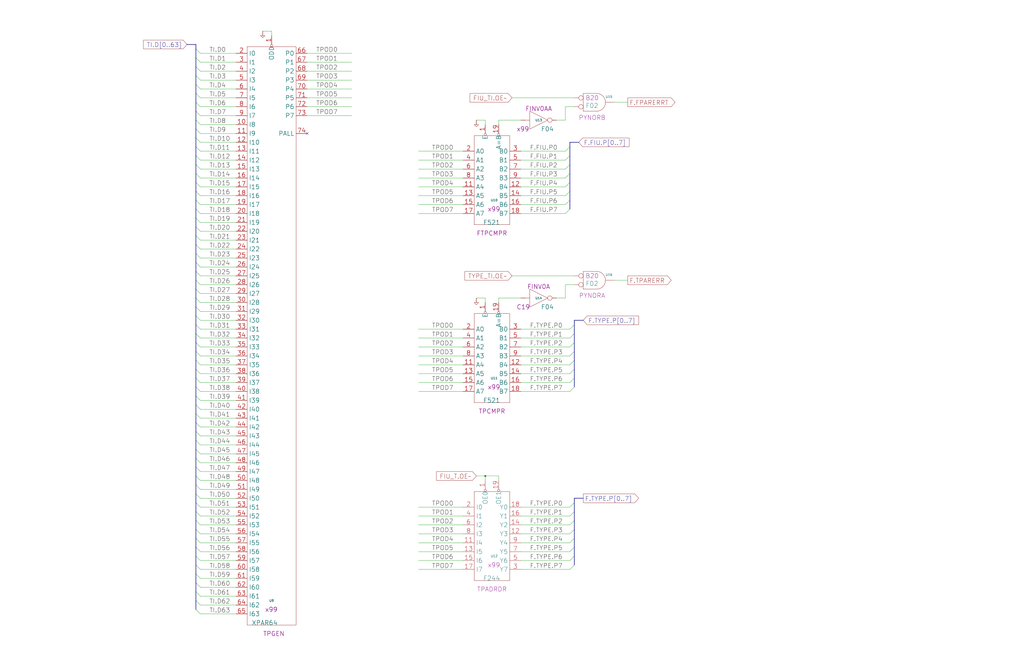
<source format=kicad_sch>
(kicad_sch (version 20221206) (generator eeschema)
  (paper "User" 584.2 378.46)
  (title_block (title "TYPE/FIU BUS PARITY") (date "20-MAR-90") (rev "1.0") (comment 1 "FIU") (comment 2 "232-003065") (comment 3 "S400") (comment 4 "RELEASED"))
  (lib_symbols
    (symbol "r1000:F02" (pin_numbers hide) (pin_names hide)
      (property "Reference" "U" (at 12.16 0.635 0))
      (property "Value" "F02" (at -1.27 -4.445 0))
      (property "Location" "___" (at 2.54 0 0))
      (property "Name" "______" (at 2.54 -12.7 0))
      (symbol "F02_0_1"
        (arc (start -3.81 -7.62) (mid -2.9847 -2.54) (end -3.81 2.54) (stroke (width 0.1524)))
        (polyline (pts (xy -5.08 -5.08) (xy -3.175 -5.08)) (stroke (width 0.1524)))
        (polyline (pts (xy -5.08 0) (xy -3.175 0)) (stroke (width 0.1524)))
        (polyline (pts (xy -3.81 -7.62) (xy 2.54 -7.62)) (stroke (width 0.1524)))
        (polyline (pts (xy -3.81 2.54) (xy 2.54 2.54)) (stroke (width 0.1524)))
        (polyline (pts (xy 13.97 -2.54) (xy 12.7 -2.54)) (stroke (width 0.1524)))
        (arc (start 2.54 -7.62) (mid 6.9515 -5.9823) (end 10.16 -2.54) (stroke (width 0.1524)))
        (arc (start 10.16 -2.54) (mid 6.9478 0.8966) (end 2.54 2.54) (stroke (width 0.1524)))
        (circle (center 11.43 -2.54) (radius 1.27) (stroke (width 0.1524)))
      )
      (symbol "F02_0_2"
        (circle (center -3.81 -5.08) (radius 1.27) (stroke (width 0.1524)))
        (circle (center -3.81 0) (radius 1.27) (stroke (width 0.1524)))
        (polyline (pts (xy -2.54 -7.62) (xy 5.08 -7.62)) (stroke (width 0.1524)))
        (polyline (pts (xy -2.54 2.54) (xy -2.54 -7.62)) (stroke (width 0.1524)))
        (polyline (pts (xy -2.54 2.54) (xy 5.08 2.54)) (stroke (width 0.1524)))
        (polyline (pts (xy 11.43 -2.54) (xy 10.16 -2.54)) (stroke (width 0.1524)))
        (polyline (pts (xy 11.43 -2.54) (xy 12.7 -2.54)) (stroke (width 0.1524)))
        (arc (start 5.08 -7.62) (mid 10.1282 -2.54) (end 5.08 2.54) (stroke (width 0.1524)))
      )
      (symbol "F02_1_1"
        (pin input line (at -7.62 0 0) (length 2.54) (name "D0") (number "1"))
        (pin input line (at -7.62 -5.08 0) (length 2.54) (name "D1") (number "2"))
        (pin output line (at 15.24 -2.54 180) (length 1.27) (name "Q") (number "3"))
      )
      (symbol "F02_1_2"
        (pin input line (at -7.62 0 0) (length 2.54) (name "D0") (number "1"))
        (pin input line (at -7.62 -5.08 0) (length 2.54) (name "D1") (number "2"))
        (pin output line (at 15.24 -2.54 180) (length 2.54) (name "Q") (number "3"))
      )
    )
    (symbol "r1000:F04" (pin_numbers hide) (pin_names hide)
      (property "Reference" "U" (at 0 0 0))
      (property "Value" "F04" (at 1.27 -5.08 0))
      (property "Location" "___" (at -12.7 -5.08 0))
      (property "Name" "______" (at 0 5.08 0))
      (symbol "F04_0_1"
        (polyline (pts (xy -7.62 0) (xy -5.08 0)) (stroke (width 0.1524)))
        (polyline (pts (xy -5.08 5.08) (xy -5.08 -5.08)) (stroke (width 0.1524)))
        (polyline (pts (xy 5.08 0) (xy -5.08 -5.08)) (stroke (width 0.1524)))
        (polyline (pts (xy 5.08 0) (xy -5.08 5.08)) (stroke (width 0.1524)))
        (circle (center 6.35 0) (radius 1.27) (stroke (width 0.1524)))
      )
      (symbol "F04_1_1"
        (pin input line (at -10.16 0 0) (length 2.54) (name "D0") (number "1"))
        (pin output line (at 10.16 0 180) (length 2.54) (name "Q") (number "2"))
      )
    )
    (symbol "r1000:F244" (pin_names (offset 1.016))
      (property "Reference" "U" (at 2.54 5.08 0))
      (property "Value" "F244" (at -3.81 -7.62 0))
      (property "Location" "___" (at -1.27 0 0))
      (property "Name" "______" (at 1.27 -15.24 0))
      (symbol "F244_1_1"
        (rectangle (start -8.89 41.91) (end 11.43 -8.89))
        (circle (center -2.54 42.545) (radius 0.635))
        (circle (center 5.08 42.545) (radius 0.635))
        (pin input line (at -2.54 48.26 270) (length 5.08) (name "OE0") (number "1"))
        (pin input line (at -15.24 12.7 0) (length 6.35) (name "I4") (number "11"))
        (pin tri_state line (at 17.78 17.78 180) (length 6.35) (name "Y3") (number "12"))
        (pin input line (at -15.24 7.62 0) (length 6.35) (name "I5") (number "13"))
        (pin tri_state line (at 17.78 22.86 180) (length 6.35) (name "Y2") (number "14"))
        (pin input line (at -15.24 2.54 0) (length 6.35) (name "I6") (number "15"))
        (pin tri_state line (at 17.78 27.94 180) (length 6.35) (name "Y1") (number "16"))
        (pin input line (at -15.24 -2.54 0) (length 6.35) (name "I7") (number "17"))
        (pin tri_state line (at 17.78 33.02 180) (length 6.35) (name "Y0") (number "18"))
        (pin input line (at 5.08 48.26 270) (length 5.08) (name "OE1") (number "19"))
        (pin input line (at -15.24 33.02 0) (length 6.35) (name "I0") (number "2"))
        (pin tri_state line (at 17.78 -2.54 180) (length 6.35) (name "Y7") (number "3"))
        (pin input line (at -15.24 27.94 0) (length 6.35) (name "I1") (number "4"))
        (pin tri_state line (at 17.78 2.54 180) (length 6.35) (name "Y6") (number "5"))
        (pin input line (at -15.24 22.86 0) (length 6.35) (name "I2") (number "6"))
        (pin tri_state line (at 17.78 7.62 180) (length 6.35) (name "Y5") (number "7"))
        (pin input line (at -15.24 17.78 0) (length 6.35) (name "I3") (number "8"))
        (pin tri_state line (at 17.78 12.7 180) (length 6.35) (name "Y4") (number "9"))
      )
    )
    (symbol "r1000:F521" (pin_names (offset 1.016))
      (property "Reference" "U" (at 2.54 5.08 0))
      (property "Value" "F521" (at -3.81 -7.62 0))
      (property "Location" "___" (at -1.27 0 0))
      (property "Name" "______" (at 1.27 -15.24 0))
      (symbol "F521_1_1"
        (rectangle (start -8.89 41.91) (end 11.43 -8.89))
        (circle (center -2.54 42.545) (radius 0.635))
        (circle (center 5.08 42.545) (radius 0.635))
        (pin input line (at -2.54 48.26 270) (length 5.08) (name "E") (number "1"))
        (pin input line (at -15.24 12.7 0) (length 6.35) (name "A4") (number "11"))
        (pin input line (at 17.78 12.7 180) (length 6.35) (name "B4") (number "12"))
        (pin input line (at -15.24 7.62 0) (length 6.35) (name "A5") (number "13"))
        (pin input line (at 17.78 7.62 180) (length 6.35) (name "B5") (number "14"))
        (pin input line (at -15.24 2.54 0) (length 6.35) (name "A6") (number "15"))
        (pin input line (at 17.78 2.54 180) (length 6.35) (name "B6") (number "16"))
        (pin input line (at -15.24 -2.54 0) (length 6.35) (name "A7") (number "17"))
        (pin input line (at 17.78 -2.54 180) (length 6.35) (name "B7") (number "18"))
        (pin output line (at 5.08 48.26 270) (length 5.08) (name "A=B") (number "19"))
        (pin input line (at -15.24 33.02 0) (length 6.35) (name "A0") (number "2"))
        (pin input line (at 17.78 33.02 180) (length 6.35) (name "B0") (number "3"))
        (pin input line (at -15.24 27.94 0) (length 6.35) (name "A1") (number "4"))
        (pin input line (at 17.78 27.94 180) (length 6.35) (name "B1") (number "5"))
        (pin input line (at -15.24 22.86 0) (length 6.35) (name "A2") (number "6"))
        (pin input line (at 17.78 22.86 180) (length 6.35) (name "B2") (number "7"))
        (pin input line (at -15.24 17.78 0) (length 6.35) (name "A3") (number "8"))
        (pin input line (at 17.78 17.78 180) (length 6.35) (name "B3") (number "9"))
      )
    )
    (symbol "r1000:PD" (power) (pin_numbers hide) (pin_names hide) (in_bom no)
      (symbol "PD_0_1"
        (polyline (pts (xy 0 -2.54) (xy 1.27 -2.54) (xy 0 -3.81) (xy -1.27 -2.54) (xy 0 -2.54)) (stroke (width 0.1524)))
      )
      (symbol "PD_1_1"
        (pin power_in line (at 0 0 270) (length 2.54) (name "PD") (number "1"))
      )
    )
    (symbol "r1000:XPAR64" (pin_names (offset 1.016))
      (property "Reference" "U" (at 2.54 5.08 0))
      (property "Value" "XPAR64" (at -8.89 -7.62 0))
      (property "Location" "___" (at -1.27 0 0))
      (property "Name" "______" (at 3.81 -15.24 0))
      (symbol "XPAR64_1_1"
        (rectangle (start -11.43 321.31) (end 16.51 -8.89))
        (circle (center 2.54 321.945) (radius 0.635))
        (pin input line (at 2.54 327.66 270) (length 5.08) (name "ODD") (number "1"))
        (pin input line (at -17.78 276.86 0) (length 6.35) (name "I8") (number "10"))
        (pin input line (at -17.78 271.78 0) (length 6.35) (name "I9") (number "11"))
        (pin input line (at -17.78 266.7 0) (length 6.35) (name "I10") (number "12"))
        (pin input line (at -17.78 261.62 0) (length 6.35) (name "I11") (number "13"))
        (pin input line (at -17.78 256.54 0) (length 6.35) (name "I12") (number "14"))
        (pin input line (at -17.78 251.46 0) (length 6.35) (name "I13") (number "15"))
        (pin input line (at -17.78 246.38 0) (length 6.35) (name "I14") (number "16"))
        (pin input line (at -17.78 241.3 0) (length 6.35) (name "I15") (number "17"))
        (pin input line (at -17.78 236.22 0) (length 6.35) (name "I16") (number "18"))
        (pin input line (at -17.78 231.14 0) (length 6.35) (name "I17") (number "19"))
        (pin input line (at -17.78 317.5 0) (length 6.35) (name "I0") (number "2"))
        (pin input line (at -17.78 226.06 0) (length 6.35) (name "I18") (number "20"))
        (pin input line (at -17.78 220.98 0) (length 6.35) (name "I19") (number "21"))
        (pin input line (at -17.78 215.9 0) (length 6.35) (name "I20") (number "22"))
        (pin input line (at -17.78 210.82 0) (length 6.35) (name "I21") (number "23"))
        (pin input line (at -17.78 205.74 0) (length 6.35) (name "I22") (number "24"))
        (pin input line (at -17.78 200.66 0) (length 6.35) (name "I23") (number "25"))
        (pin input line (at -17.78 195.58 0) (length 6.35) (name "I24") (number "26"))
        (pin input line (at -17.78 190.5 0) (length 6.35) (name "I25") (number "27"))
        (pin input line (at -17.78 185.42 0) (length 6.35) (name "I26") (number "28"))
        (pin input line (at -17.78 180.34 0) (length 6.35) (name "I27") (number "29"))
        (pin input line (at -17.78 312.42 0) (length 6.35) (name "I1") (number "3"))
        (pin input line (at -17.78 175.26 0) (length 6.35) (name "I28") (number "30"))
        (pin input line (at -17.78 170.18 0) (length 6.35) (name "I29") (number "31"))
        (pin input line (at -17.78 165.1 0) (length 6.35) (name "I30") (number "32"))
        (pin input line (at -17.78 160.02 0) (length 6.35) (name "I31") (number "33"))
        (pin input line (at -17.78 154.94 0) (length 6.35) (name "I32") (number "34"))
        (pin input line (at -17.78 149.86 0) (length 6.35) (name "I33") (number "35"))
        (pin input line (at -17.78 144.78 0) (length 6.35) (name "I34") (number "36"))
        (pin input line (at -17.78 139.7 0) (length 6.35) (name "I35") (number "37"))
        (pin input line (at -17.78 134.62 0) (length 6.35) (name "I36") (number "38"))
        (pin input line (at -17.78 129.54 0) (length 6.35) (name "I37") (number "39"))
        (pin input line (at -17.78 307.34 0) (length 6.35) (name "I2") (number "4"))
        (pin input line (at -17.78 124.46 0) (length 6.35) (name "I38") (number "40"))
        (pin input line (at -17.78 119.38 0) (length 6.35) (name "I39") (number "41"))
        (pin input line (at -17.78 114.3 0) (length 6.35) (name "I40") (number "42"))
        (pin input line (at -17.78 109.22 0) (length 6.35) (name "I41") (number "43"))
        (pin input line (at -17.78 104.14 0) (length 6.35) (name "I42") (number "44"))
        (pin input line (at -17.78 99.06 0) (length 6.35) (name "I43") (number "45"))
        (pin input line (at -17.78 93.98 0) (length 6.35) (name "I44") (number "46"))
        (pin input line (at -17.78 88.9 0) (length 6.35) (name "I45") (number "47"))
        (pin input line (at -17.78 83.82 0) (length 6.35) (name "I46") (number "48"))
        (pin input line (at -17.78 78.74 0) (length 6.35) (name "I47") (number "49"))
        (pin input line (at -17.78 302.26 0) (length 6.35) (name "I3") (number "5"))
        (pin input line (at -17.78 73.66 0) (length 6.35) (name "I48") (number "50"))
        (pin input line (at -17.78 68.58 0) (length 6.35) (name "I49") (number "51"))
        (pin input line (at -17.78 63.5 0) (length 6.35) (name "I50") (number "52"))
        (pin input line (at -17.78 58.42 0) (length 6.35) (name "I51") (number "53"))
        (pin input line (at -17.78 53.34 0) (length 6.35) (name "I52") (number "54"))
        (pin input line (at -17.78 48.26 0) (length 6.35) (name "I53") (number "55"))
        (pin input line (at -17.78 43.18 0) (length 6.35) (name "I54") (number "56"))
        (pin input line (at -17.78 38.1 0) (length 6.35) (name "I55") (number "57"))
        (pin input line (at -17.78 33.02 0) (length 6.35) (name "I56") (number "58"))
        (pin input line (at -17.78 27.94 0) (length 6.35) (name "I57") (number "59"))
        (pin input line (at -17.78 297.18 0) (length 6.35) (name "I4") (number "6"))
        (pin input line (at -17.78 22.86 0) (length 6.35) (name "I58") (number "60"))
        (pin input line (at -17.78 17.78 0) (length 6.35) (name "I59") (number "61"))
        (pin input line (at -17.78 12.7 0) (length 6.35) (name "I60") (number "62"))
        (pin input line (at -17.78 7.62 0) (length 6.35) (name "I61") (number "63"))
        (pin input line (at -17.78 2.54 0) (length 6.35) (name "I62") (number "64"))
        (pin input line (at -17.78 -2.54 0) (length 6.35) (name "I63") (number "65"))
        (pin output line (at 22.86 317.5 180) (length 6.35) (name "P0") (number "66"))
        (pin output line (at 22.86 312.42 180) (length 6.35) (name "P1") (number "67"))
        (pin output line (at 22.86 307.34 180) (length 6.35) (name "P2") (number "68"))
        (pin output line (at 22.86 302.26 180) (length 6.35) (name "P3") (number "69"))
        (pin input line (at -17.78 292.1 0) (length 6.35) (name "I5") (number "7"))
        (pin output line (at 22.86 297.18 180) (length 6.35) (name "P4") (number "70"))
        (pin output line (at 22.86 292.1 180) (length 6.35) (name "P5") (number "71"))
        (pin output line (at 22.86 287.02 180) (length 6.35) (name "P6") (number "72"))
        (pin output line (at 22.86 281.94 180) (length 6.35) (name "P7") (number "73"))
        (pin output line (at 22.86 271.78 180) (length 6.35) (name "PALL") (number "74"))
        (pin input line (at -17.78 287.02 0) (length 6.35) (name "I6") (number "8"))
        (pin input line (at -17.78 281.94 0) (length 6.35) (name "I7") (number "9"))
      )
    )
  )
  (junction (at 276.86 271.78))
  (no_connect (at 175.26 76.2))
  (bus_entry (at 327.66 292.1) (size -2.54 2.54))
  (bus_entry (at 111.76 231.14) (size 2.54 2.54))
  (bus_entry (at 327.66 302.26) (size -2.54 2.54))
  (bus_entry (at 111.76 73.66) (size 2.54 2.54))
  (bus_entry (at 327.66 205.74) (size -2.54 2.54))
  (bus_entry (at 325.12 119.38) (size -2.54 2.54))
  (bus_entry (at 111.76 63.5) (size 2.54 2.54))
  (bus_entry (at 111.76 332.74) (size 2.54 2.54))
  (bus_entry (at 111.76 129.54) (size 2.54 2.54))
  (bus_entry (at 327.66 307.34) (size -2.54 2.54))
  (bus_entry (at 111.76 124.46) (size 2.54 2.54))
  (bus_entry (at 111.76 38.1) (size 2.54 2.54))
  (bus_entry (at 327.66 322.58) (size -2.54 2.54))
  (bus_entry (at 325.12 99.06) (size -2.54 2.54))
  (bus_entry (at 111.76 302.26) (size 2.54 2.54))
  (bus_entry (at 111.76 139.7) (size 2.54 2.54))
  (bus_entry (at 111.76 43.18) (size 2.54 2.54))
  (bus_entry (at 111.76 261.62) (size 2.54 2.54))
  (bus_entry (at 111.76 170.18) (size 2.54 2.54))
  (bus_entry (at 111.76 109.22) (size 2.54 2.54))
  (bus_entry (at 111.76 297.18) (size 2.54 2.54))
  (bus_entry (at 327.66 312.42) (size -2.54 2.54))
  (bus_entry (at 327.66 287.02) (size -2.54 2.54))
  (bus_entry (at 327.66 210.82) (size -2.54 2.54))
  (bus_entry (at 111.76 185.42) (size 2.54 2.54))
  (bus_entry (at 111.76 276.86) (size 2.54 2.54))
  (bus_entry (at 111.76 322.58) (size 2.54 2.54))
  (bus_entry (at 327.66 185.42) (size -2.54 2.54))
  (bus_entry (at 111.76 83.82) (size 2.54 2.54))
  (bus_entry (at 327.66 200.66) (size -2.54 2.54))
  (bus_entry (at 111.76 119.38) (size 2.54 2.54))
  (bus_entry (at 111.76 58.42) (size 2.54 2.54))
  (bus_entry (at 111.76 78.74) (size 2.54 2.54))
  (bus_entry (at 111.76 251.46) (size 2.54 2.54))
  (bus_entry (at 111.76 165.1) (size 2.54 2.54))
  (bus_entry (at 111.76 327.66) (size 2.54 2.54))
  (bus_entry (at 111.76 160.02) (size 2.54 2.54))
  (bus_entry (at 111.76 317.5) (size 2.54 2.54))
  (bus_entry (at 327.66 190.5) (size -2.54 2.54))
  (bus_entry (at 111.76 180.34) (size 2.54 2.54))
  (bus_entry (at 111.76 205.74) (size 2.54 2.54))
  (bus_entry (at 111.76 246.38) (size 2.54 2.54))
  (bus_entry (at 325.12 93.98) (size -2.54 2.54))
  (bus_entry (at 111.76 48.26) (size 2.54 2.54))
  (bus_entry (at 111.76 195.58) (size 2.54 2.54))
  (bus_entry (at 111.76 292.1) (size 2.54 2.54))
  (bus_entry (at 111.76 307.34) (size 2.54 2.54))
  (bus_entry (at 111.76 104.14) (size 2.54 2.54))
  (bus_entry (at 111.76 175.26) (size 2.54 2.54))
  (bus_entry (at 111.76 220.98) (size 2.54 2.54))
  (bus_entry (at 327.66 195.58) (size -2.54 2.54))
  (bus_entry (at 327.66 215.9) (size -2.54 2.54))
  (bus_entry (at 111.76 190.5) (size 2.54 2.54))
  (bus_entry (at 111.76 236.22) (size 2.54 2.54))
  (bus_entry (at 111.76 68.58) (size 2.54 2.54))
  (bus_entry (at 111.76 53.34) (size 2.54 2.54))
  (bus_entry (at 111.76 200.66) (size 2.54 2.54))
  (bus_entry (at 111.76 337.82) (size 2.54 2.54))
  (bus_entry (at 111.76 342.9) (size 2.54 2.54))
  (bus_entry (at 111.76 266.7) (size 2.54 2.54))
  (bus_entry (at 325.12 88.9) (size -2.54 2.54))
  (bus_entry (at 111.76 215.9) (size 2.54 2.54))
  (bus_entry (at 111.76 154.94) (size 2.54 2.54))
  (bus_entry (at 325.12 104.14) (size -2.54 2.54))
  (bus_entry (at 111.76 287.02) (size 2.54 2.54))
  (bus_entry (at 327.66 220.98) (size -2.54 2.54))
  (bus_entry (at 111.76 93.98) (size 2.54 2.54))
  (bus_entry (at 325.12 109.22) (size -2.54 2.54))
  (bus_entry (at 327.66 317.5) (size -2.54 2.54))
  (bus_entry (at 111.76 88.9) (size 2.54 2.54))
  (bus_entry (at 325.12 83.82) (size -2.54 2.54))
  (bus_entry (at 111.76 33.02) (size 2.54 2.54))
  (bus_entry (at 111.76 256.54) (size 2.54 2.54))
  (bus_entry (at 111.76 149.86) (size 2.54 2.54))
  (bus_entry (at 111.76 134.62) (size 2.54 2.54))
  (bus_entry (at 325.12 114.3) (size -2.54 2.54))
  (bus_entry (at 111.76 99.06) (size 2.54 2.54))
  (bus_entry (at 111.76 114.3) (size 2.54 2.54))
  (bus_entry (at 327.66 297.18) (size -2.54 2.54))
  (bus_entry (at 111.76 27.94) (size 2.54 2.54))
  (bus_entry (at 111.76 226.06) (size 2.54 2.54))
  (bus_entry (at 111.76 144.78) (size 2.54 2.54))
  (bus_entry (at 111.76 210.82) (size 2.54 2.54))
  (bus_entry (at 111.76 281.94) (size 2.54 2.54))
  (bus_entry (at 111.76 312.42) (size 2.54 2.54))
  (bus_entry (at 111.76 241.3) (size 2.54 2.54))
  (bus_entry (at 111.76 347.98) (size 2.54 2.54))
  (bus_entry (at 111.76 271.78) (size 2.54 2.54))
  (wire (pts (xy 114.3 121.92) (xy 134.62 121.92)))
  (wire (pts (xy 114.3 198.12) (xy 134.62 198.12)))
  (wire (pts (xy 114.3 243.84) (xy 134.62 243.84)))
  (bus (pts (xy 111.76 266.7) (xy 111.76 271.78)))
  (wire (pts (xy 175.26 55.88) (xy 200.66 55.88)))
  (bus (pts (xy 332.74 182.88) (xy 327.66 182.88)))
  (wire (pts (xy 238.76 294.64) (xy 264.16 294.64)))
  (wire (pts (xy 322.58 106.68) (xy 297.18 106.68)))
  (bus (pts (xy 327.66 210.82) (xy 327.66 215.9)))
  (wire (pts (xy 322.58 170.18) (xy 322.58 162.56)))
  (wire (pts (xy 276.86 172.72) (xy 276.86 170.18)))
  (wire (pts (xy 114.3 182.88) (xy 134.62 182.88)))
  (wire (pts (xy 114.3 30.48) (xy 134.62 30.48)))
  (wire (pts (xy 238.76 289.56) (xy 264.16 289.56)))
  (wire (pts (xy 322.58 162.56) (xy 327.66 162.56)))
  (wire (pts (xy 114.3 152.4) (xy 134.62 152.4)))
  (wire (pts (xy 114.3 238.76) (xy 134.62 238.76)))
  (wire (pts (xy 322.58 121.92) (xy 297.18 121.92)))
  (bus (pts (xy 111.76 322.58) (xy 111.76 327.66)))
  (bus (pts (xy 327.66 185.42) (xy 327.66 190.5)))
  (wire (pts (xy 154.94 20.32) (xy 154.94 17.78)))
  (bus (pts (xy 111.76 236.22) (xy 111.76 241.3)))
  (wire (pts (xy 114.3 137.16) (xy 134.62 137.16)))
  (wire (pts (xy 238.76 320.04) (xy 264.16 320.04)))
  (wire (pts (xy 292.1 55.88) (xy 327.66 55.88)))
  (wire (pts (xy 264.16 86.36) (xy 238.76 86.36)))
  (wire (pts (xy 114.3 264.16) (xy 134.62 264.16)))
  (wire (pts (xy 322.58 96.52) (xy 297.18 96.52)))
  (wire (pts (xy 114.3 71.12) (xy 134.62 71.12)))
  (bus (pts (xy 111.76 134.62) (xy 111.76 139.7)))
  (wire (pts (xy 114.3 274.32) (xy 134.62 274.32)))
  (bus (pts (xy 111.76 312.42) (xy 111.76 317.5)))
  (wire (pts (xy 114.3 330.2) (xy 134.62 330.2)))
  (wire (pts (xy 325.12 187.96) (xy 297.18 187.96)))
  (wire (pts (xy 264.16 223.52) (xy 238.76 223.52)))
  (bus (pts (xy 111.76 83.82) (xy 111.76 88.9)))
  (wire (pts (xy 284.48 172.72) (xy 284.48 170.18)))
  (wire (pts (xy 322.58 86.36) (xy 297.18 86.36)))
  (wire (pts (xy 114.3 208.28) (xy 134.62 208.28)))
  (bus (pts (xy 111.76 73.66) (xy 111.76 78.74)))
  (bus (pts (xy 327.66 297.18) (xy 327.66 302.26)))
  (wire (pts (xy 264.16 187.96) (xy 238.76 187.96)))
  (bus (pts (xy 111.76 215.9) (xy 111.76 220.98)))
  (wire (pts (xy 264.16 198.12) (xy 238.76 198.12)))
  (wire (pts (xy 297.18 294.64) (xy 325.12 294.64)))
  (wire (pts (xy 114.3 254) (xy 134.62 254)))
  (bus (pts (xy 111.76 246.38) (xy 111.76 251.46)))
  (wire (pts (xy 114.3 96.52) (xy 134.62 96.52)))
  (wire (pts (xy 114.3 248.92) (xy 134.62 248.92)))
  (wire (pts (xy 114.3 335.28) (xy 134.62 335.28)))
  (bus (pts (xy 327.66 312.42) (xy 327.66 317.5)))
  (wire (pts (xy 114.3 269.24) (xy 134.62 269.24)))
  (wire (pts (xy 322.58 101.6) (xy 297.18 101.6)))
  (bus (pts (xy 111.76 251.46) (xy 111.76 256.54)))
  (wire (pts (xy 114.3 304.8) (xy 134.62 304.8)))
  (wire (pts (xy 284.48 68.58) (xy 297.18 68.58)))
  (bus (pts (xy 327.66 302.26) (xy 327.66 307.34)))
  (wire (pts (xy 114.3 35.56) (xy 134.62 35.56)))
  (wire (pts (xy 238.76 299.72) (xy 264.16 299.72)))
  (wire (pts (xy 114.3 279.4) (xy 134.62 279.4)))
  (wire (pts (xy 276.86 71.12) (xy 276.86 68.58)))
  (bus (pts (xy 111.76 195.58) (xy 111.76 200.66)))
  (wire (pts (xy 325.12 198.12) (xy 297.18 198.12)))
  (wire (pts (xy 292.1 157.48) (xy 327.66 157.48)))
  (wire (pts (xy 114.3 132.08) (xy 134.62 132.08)))
  (wire (pts (xy 297.18 320.04) (xy 325.12 320.04)))
  (wire (pts (xy 264.16 111.76) (xy 238.76 111.76)))
  (wire (pts (xy 114.3 294.64) (xy 134.62 294.64)))
  (wire (pts (xy 325.12 223.52) (xy 297.18 223.52)))
  (wire (pts (xy 175.26 30.48) (xy 200.66 30.48)))
  (wire (pts (xy 276.86 68.58) (xy 271.78 68.58)))
  (bus (pts (xy 111.76 317.5) (xy 111.76 322.58)))
  (wire (pts (xy 276.86 274.32) (xy 276.86 271.78)))
  (bus (pts (xy 325.12 104.14) (xy 325.12 109.22)))
  (wire (pts (xy 175.26 35.56) (xy 200.66 35.56)))
  (bus (pts (xy 111.76 154.94) (xy 111.76 160.02)))
  (wire (pts (xy 154.94 17.78) (xy 149.86 17.78)))
  (wire (pts (xy 114.3 177.8) (xy 134.62 177.8)))
  (bus (pts (xy 111.76 160.02) (xy 111.76 165.1)))
  (wire (pts (xy 264.16 218.44) (xy 238.76 218.44)))
  (wire (pts (xy 114.3 213.36) (xy 134.62 213.36)))
  (bus (pts (xy 325.12 88.9) (xy 325.12 93.98)))
  (wire (pts (xy 264.16 121.92) (xy 238.76 121.92)))
  (bus (pts (xy 111.76 170.18) (xy 111.76 175.26)))
  (wire (pts (xy 114.3 340.36) (xy 134.62 340.36)))
  (bus (pts (xy 111.76 33.02) (xy 111.76 38.1)))
  (wire (pts (xy 284.48 71.12) (xy 284.48 68.58)))
  (wire (pts (xy 276.86 170.18) (xy 271.78 170.18)))
  (wire (pts (xy 114.3 66.04) (xy 134.62 66.04)))
  (bus (pts (xy 111.76 104.14) (xy 111.76 109.22)))
  (bus (pts (xy 325.12 114.3) (xy 325.12 119.38)))
  (wire (pts (xy 322.58 111.76) (xy 297.18 111.76)))
  (wire (pts (xy 238.76 309.88) (xy 264.16 309.88)))
  (wire (pts (xy 317.5 170.18) (xy 322.58 170.18)))
  (wire (pts (xy 114.3 162.56) (xy 134.62 162.56)))
  (wire (pts (xy 114.3 81.28) (xy 134.62 81.28)))
  (wire (pts (xy 284.48 274.32) (xy 284.48 271.78)))
  (bus (pts (xy 325.12 93.98) (xy 325.12 99.06)))
  (bus (pts (xy 111.76 190.5) (xy 111.76 195.58)))
  (wire (pts (xy 325.12 203.2) (xy 297.18 203.2)))
  (bus (pts (xy 111.76 226.06) (xy 111.76 231.14)))
  (wire (pts (xy 114.3 193.04) (xy 134.62 193.04)))
  (wire (pts (xy 114.3 325.12) (xy 134.62 325.12)))
  (bus (pts (xy 111.76 99.06) (xy 111.76 104.14)))
  (bus (pts (xy 111.76 88.9) (xy 111.76 93.98)))
  (wire (pts (xy 114.3 91.44) (xy 134.62 91.44)))
  (bus (pts (xy 111.76 180.34) (xy 111.76 185.42)))
  (bus (pts (xy 327.66 215.9) (xy 327.66 220.98)))
  (bus (pts (xy 327.66 190.5) (xy 327.66 195.58)))
  (wire (pts (xy 114.3 50.8) (xy 134.62 50.8)))
  (bus (pts (xy 111.76 27.94) (xy 111.76 33.02)))
  (wire (pts (xy 297.18 304.8) (xy 325.12 304.8)))
  (bus (pts (xy 327.66 292.1) (xy 327.66 297.18)))
  (wire (pts (xy 350.52 58.42) (xy 358.14 58.42)))
  (bus (pts (xy 111.76 129.54) (xy 111.76 134.62)))
  (bus (pts (xy 111.76 93.98) (xy 111.76 99.06)))
  (bus (pts (xy 111.76 38.1) (xy 111.76 43.18)))
  (wire (pts (xy 114.3 172.72) (xy 134.62 172.72)))
  (wire (pts (xy 114.3 350.52) (xy 134.62 350.52)))
  (wire (pts (xy 238.76 325.12) (xy 264.16 325.12)))
  (bus (pts (xy 327.66 205.74) (xy 327.66 210.82)))
  (wire (pts (xy 276.86 271.78) (xy 271.78 271.78)))
  (bus (pts (xy 111.76 185.42) (xy 111.76 190.5)))
  (bus (pts (xy 111.76 241.3) (xy 111.76 246.38)))
  (bus (pts (xy 111.76 287.02) (xy 111.76 292.1)))
  (wire (pts (xy 175.26 60.96) (xy 200.66 60.96)))
  (wire (pts (xy 114.3 259.08) (xy 134.62 259.08)))
  (bus (pts (xy 327.66 317.5) (xy 327.66 322.58)))
  (wire (pts (xy 114.3 187.96) (xy 134.62 187.96)))
  (wire (pts (xy 322.58 91.44) (xy 297.18 91.44)))
  (wire (pts (xy 284.48 170.18) (xy 297.18 170.18)))
  (wire (pts (xy 114.3 218.44) (xy 134.62 218.44)))
  (wire (pts (xy 114.3 147.32) (xy 134.62 147.32)))
  (bus (pts (xy 111.76 78.74) (xy 111.76 83.82)))
  (bus (pts (xy 111.76 292.1) (xy 111.76 297.18)))
  (bus (pts (xy 327.66 287.02) (xy 327.66 292.1)))
  (bus (pts (xy 111.76 261.62) (xy 111.76 266.7)))
  (bus (pts (xy 111.76 220.98) (xy 111.76 226.06)))
  (wire (pts (xy 297.18 325.12) (xy 325.12 325.12)))
  (wire (pts (xy 114.3 233.68) (xy 134.62 233.68)))
  (bus (pts (xy 325.12 81.28) (xy 325.12 83.82)))
  (wire (pts (xy 322.58 60.96) (xy 327.66 60.96)))
  (wire (pts (xy 175.26 66.04) (xy 200.66 66.04)))
  (bus (pts (xy 106.68 25.4) (xy 111.76 25.4)))
  (bus (pts (xy 111.76 149.86) (xy 111.76 154.94)))
  (bus (pts (xy 111.76 205.74) (xy 111.76 210.82)))
  (wire (pts (xy 322.58 68.58) (xy 322.58 60.96)))
  (wire (pts (xy 297.18 309.88) (xy 325.12 309.88)))
  (wire (pts (xy 114.3 116.84) (xy 134.62 116.84)))
  (wire (pts (xy 325.12 193.04) (xy 297.18 193.04)))
  (bus (pts (xy 327.66 307.34) (xy 327.66 312.42)))
  (bus (pts (xy 111.76 307.34) (xy 111.76 312.42)))
  (wire (pts (xy 114.3 299.72) (xy 134.62 299.72)))
  (wire (pts (xy 114.3 111.76) (xy 134.62 111.76)))
  (bus (pts (xy 111.76 231.14) (xy 111.76 236.22)))
  (bus (pts (xy 111.76 327.66) (xy 111.76 332.74)))
  (wire (pts (xy 114.3 45.72) (xy 134.62 45.72)))
  (wire (pts (xy 114.3 86.36) (xy 134.62 86.36)))
  (bus (pts (xy 327.66 284.48) (xy 332.74 284.48)))
  (wire (pts (xy 114.3 320.04) (xy 134.62 320.04)))
  (wire (pts (xy 264.16 101.6) (xy 238.76 101.6)))
  (bus (pts (xy 111.76 109.22) (xy 111.76 114.3)))
  (bus (pts (xy 111.76 342.9) (xy 111.76 347.98)))
  (bus (pts (xy 325.12 109.22) (xy 325.12 114.3)))
  (bus (pts (xy 111.76 63.5) (xy 111.76 68.58)))
  (bus (pts (xy 111.76 53.34) (xy 111.76 58.42)))
  (bus (pts (xy 111.76 25.4) (xy 111.76 27.94)))
  (wire (pts (xy 114.3 223.52) (xy 134.62 223.52)))
  (wire (pts (xy 114.3 76.2) (xy 134.62 76.2)))
  (wire (pts (xy 297.18 289.56) (xy 325.12 289.56)))
  (bus (pts (xy 111.76 58.42) (xy 111.76 63.5)))
  (wire (pts (xy 297.18 299.72) (xy 325.12 299.72)))
  (bus (pts (xy 111.76 68.58) (xy 111.76 73.66)))
  (bus (pts (xy 111.76 302.26) (xy 111.76 307.34)))
  (wire (pts (xy 350.52 160.02) (xy 358.14 160.02)))
  (wire (pts (xy 264.16 208.28) (xy 238.76 208.28)))
  (wire (pts (xy 114.3 127) (xy 134.62 127)))
  (wire (pts (xy 264.16 96.52) (xy 238.76 96.52)))
  (bus (pts (xy 111.76 139.7) (xy 111.76 144.78)))
  (bus (pts (xy 111.76 271.78) (xy 111.76 276.86)))
  (bus (pts (xy 325.12 99.06) (xy 325.12 104.14)))
  (wire (pts (xy 114.3 289.56) (xy 134.62 289.56)))
  (bus (pts (xy 327.66 200.66) (xy 327.66 205.74)))
  (wire (pts (xy 114.3 314.96) (xy 134.62 314.96)))
  (bus (pts (xy 327.66 284.48) (xy 327.66 287.02)))
  (bus (pts (xy 111.76 119.38) (xy 111.76 124.46)))
  (wire (pts (xy 114.3 55.88) (xy 134.62 55.88)))
  (bus (pts (xy 330.2 81.28) (xy 325.12 81.28)))
  (wire (pts (xy 322.58 116.84) (xy 297.18 116.84)))
  (bus (pts (xy 111.76 276.86) (xy 111.76 281.94)))
  (wire (pts (xy 114.3 167.64) (xy 134.62 167.64)))
  (bus (pts (xy 111.76 48.26) (xy 111.76 53.34)))
  (wire (pts (xy 114.3 106.68) (xy 134.62 106.68)))
  (bus (pts (xy 111.76 144.78) (xy 111.76 149.86)))
  (wire (pts (xy 175.26 45.72) (xy 200.66 45.72)))
  (wire (pts (xy 264.16 193.04) (xy 238.76 193.04)))
  (bus (pts (xy 111.76 114.3) (xy 111.76 119.38)))
  (wire (pts (xy 114.3 40.64) (xy 134.62 40.64)))
  (bus (pts (xy 111.76 175.26) (xy 111.76 180.34)))
  (wire (pts (xy 264.16 213.36) (xy 238.76 213.36)))
  (wire (pts (xy 238.76 304.8) (xy 264.16 304.8)))
  (wire (pts (xy 114.3 60.96) (xy 134.62 60.96)))
  (bus (pts (xy 325.12 83.82) (xy 325.12 88.9)))
  (wire (pts (xy 114.3 309.88) (xy 134.62 309.88)))
  (wire (pts (xy 264.16 116.84) (xy 238.76 116.84)))
  (wire (pts (xy 114.3 228.6) (xy 134.62 228.6)))
  (wire (pts (xy 114.3 142.24) (xy 134.62 142.24)))
  (bus (pts (xy 111.76 43.18) (xy 111.76 48.26)))
  (wire (pts (xy 264.16 106.68) (xy 238.76 106.68)))
  (wire (pts (xy 264.16 203.2) (xy 238.76 203.2)))
  (wire (pts (xy 264.16 91.44) (xy 238.76 91.44)))
  (wire (pts (xy 238.76 314.96) (xy 264.16 314.96)))
  (bus (pts (xy 111.76 337.82) (xy 111.76 342.9)))
  (bus (pts (xy 111.76 200.66) (xy 111.76 205.74)))
  (wire (pts (xy 175.26 40.64) (xy 200.66 40.64)))
  (wire (pts (xy 114.3 101.6) (xy 134.62 101.6)))
  (wire (pts (xy 284.48 271.78) (xy 276.86 271.78)))
  (bus (pts (xy 111.76 210.82) (xy 111.76 215.9)))
  (bus (pts (xy 111.76 124.46) (xy 111.76 129.54)))
  (wire (pts (xy 317.5 68.58) (xy 322.58 68.58)))
  (bus (pts (xy 111.76 281.94) (xy 111.76 287.02)))
  (bus (pts (xy 111.76 256.54) (xy 111.76 261.62)))
  (wire (pts (xy 175.26 50.8) (xy 200.66 50.8)))
  (wire (pts (xy 114.3 203.2) (xy 134.62 203.2)))
  (wire (pts (xy 114.3 284.48) (xy 134.62 284.48)))
  (bus (pts (xy 111.76 165.1) (xy 111.76 170.18)))
  (bus (pts (xy 327.66 195.58) (xy 327.66 200.66)))
  (bus (pts (xy 111.76 332.74) (xy 111.76 337.82)))
  (wire (pts (xy 325.12 218.44) (xy 297.18 218.44)))
  (bus (pts (xy 327.66 182.88) (xy 327.66 185.42)))
  (wire (pts (xy 325.12 213.36) (xy 297.18 213.36)))
  (wire (pts (xy 114.3 157.48) (xy 134.62 157.48)))
  (wire (pts (xy 325.12 208.28) (xy 297.18 208.28)))
  (wire (pts (xy 297.18 314.96) (xy 325.12 314.96)))
  (bus (pts (xy 111.76 297.18) (xy 111.76 302.26)))
  (wire (pts (xy 114.3 345.44) (xy 134.62 345.44)))
  (label "TPOD1" (at 246.38 91.44 0) (effects (font (size 2.54 2.54))))
  (label "TPOD7" (at 246.38 223.52 0) (effects (font (size 2.54 2.54))))
  (label "TI.D25" (at 119.38 157.48 0) (effects (font (size 2.54 2.54))))
  (label "TI.D5" (at 119.38 55.88 0) (effects (font (size 2.54 2.54))))
  (label "F.FIU.P7" (at 302.26 121.92 0) (effects (font (size 2.54 2.54))))
  (label "TPOD0" (at 246.38 289.56 0) (effects (font (size 2.54 2.54))))
  (label "F.FIU.P5" (at 302.26 111.76 0) (effects (font (size 2.54 2.54))))
  (label "TPOD3" (at 246.38 304.8 0) (effects (font (size 2.54 2.54))))
  (label "F.FIU.P4" (at 302.26 106.68 0) (effects (font (size 2.54 2.54))))
  (label "TI.D17" (at 119.38 116.84 0) (effects (font (size 2.54 2.54))))
  (label "TI.D35" (at 119.38 208.28 0) (effects (font (size 2.54 2.54))))
  (label "TI.D0" (at 119.38 30.48 0) (effects (font (size 2.54 2.54))))
  (label "TI.D59" (at 119.38 330.2 0) (effects (font (size 2.54 2.54))))
  (label "TI.D34" (at 119.38 203.2 0) (effects (font (size 2.54 2.54))))
  (label "F.FIU.P1" (at 302.26 91.44 0) (effects (font (size 2.54 2.54))))
  (label "TI.D42" (at 119.38 243.84 0) (effects (font (size 2.54 2.54))))
  (label "F.TYPE.P7" (at 302.26 223.52 0) (effects (font (size 2.54 2.54))))
  (label "TI.D10" (at 119.38 81.28 0) (effects (font (size 2.54 2.54))))
  (label "TPOD5" (at 180.34 55.88 0) (effects (font (size 2.54 2.54))))
  (label "TI.D29" (at 119.38 177.8 0) (effects (font (size 2.54 2.54))))
  (label "F.TYPE.P5" (at 302.26 314.96 0) (effects (font (size 2.54 2.54))))
  (label "TI.D22" (at 119.38 142.24 0) (effects (font (size 2.54 2.54))))
  (label "TI.D13" (at 119.38 96.52 0) (effects (font (size 2.54 2.54))))
  (label "TPOD6" (at 246.38 320.04 0) (effects (font (size 2.54 2.54))))
  (label "TPOD2" (at 246.38 198.12 0) (effects (font (size 2.54 2.54))))
  (label "F.TYPE.P0" (at 302.26 289.56 0) (effects (font (size 2.54 2.54))))
  (label "TI.D8" (at 119.38 71.12 0) (effects (font (size 2.54 2.54))))
  (label "TI.D16" (at 119.38 111.76 0) (effects (font (size 2.54 2.54))))
  (label "TPOD6" (at 246.38 218.44 0) (effects (font (size 2.54 2.54))))
  (label "TI.D32" (at 119.38 193.04 0) (effects (font (size 2.54 2.54))))
  (label "TI.D44" (at 119.38 254 0) (effects (font (size 2.54 2.54))))
  (label "F.FIU.P0" (at 302.26 86.36 0) (effects (font (size 2.54 2.54))))
  (label "F.TYPE.P3" (at 302.26 203.2 0) (effects (font (size 2.54 2.54))))
  (label "TI.D50" (at 119.38 284.48 0) (effects (font (size 2.54 2.54))))
  (label "TPOD3" (at 246.38 203.2 0) (effects (font (size 2.54 2.54))))
  (label "TI.D4" (at 119.38 50.8 0) (effects (font (size 2.54 2.54))))
  (label "F.TYPE.P2" (at 302.26 198.12 0) (effects (font (size 2.54 2.54))))
  (label "TI.D31" (at 119.38 187.96 0) (effects (font (size 2.54 2.54))))
  (label "F.FIU.P2" (at 302.26 96.52 0) (effects (font (size 2.54 2.54))))
  (label "TI.D1" (at 119.38 35.56 0) (effects (font (size 2.54 2.54))))
  (label "TI.D40" (at 119.38 233.68 0) (effects (font (size 2.54 2.54))))
  (label "TI.D57" (at 119.38 320.04 0) (effects (font (size 2.54 2.54))))
  (label "F.FIU.P3" (at 302.26 101.6 0) (effects (font (size 2.54 2.54))))
  (label "TI.D61" (at 119.38 340.36 0) (effects (font (size 2.54 2.54))))
  (label "F.TYPE.P2" (at 302.26 299.72 0) (effects (font (size 2.54 2.54))))
  (label "TI.D26" (at 119.38 162.56 0) (effects (font (size 2.54 2.54))))
  (label "TI.D12" (at 119.38 91.44 0) (effects (font (size 2.54 2.54))))
  (label "TI.D39" (at 119.38 228.6 0) (effects (font (size 2.54 2.54))))
  (label "TPOD4" (at 180.34 50.8 0) (effects (font (size 2.54 2.54))))
  (label "TI.D14" (at 119.38 101.6 0) (effects (font (size 2.54 2.54))))
  (label "TPOD2" (at 246.38 96.52 0) (effects (font (size 2.54 2.54))))
  (label "TPOD1" (at 246.38 294.64 0) (effects (font (size 2.54 2.54))))
  (label "F.TYPE.P0" (at 302.26 187.96 0) (effects (font (size 2.54 2.54))))
  (label "TI.D60" (at 119.38 335.28 0) (effects (font (size 2.54 2.54))))
  (label "TI.D37" (at 119.38 218.44 0) (effects (font (size 2.54 2.54))))
  (label "TI.D15" (at 119.38 106.68 0) (effects (font (size 2.54 2.54))))
  (label "TPOD7" (at 246.38 325.12 0) (effects (font (size 2.54 2.54))))
  (label "TI.D36" (at 119.38 213.36 0) (effects (font (size 2.54 2.54))))
  (label "TI.D41" (at 119.38 238.76 0) (effects (font (size 2.54 2.54))))
  (label "TPOD2" (at 180.34 40.64 0) (effects (font (size 2.54 2.54))))
  (label "TPOD4" (at 246.38 106.68 0) (effects (font (size 2.54 2.54))))
  (label "TPOD0" (at 246.38 86.36 0) (effects (font (size 2.54 2.54))))
  (label "TPOD1" (at 180.34 35.56 0) (effects (font (size 2.54 2.54))))
  (label "TI.D63" (at 119.38 350.52 0) (effects (font (size 2.54 2.54))))
  (label "TPOD0" (at 180.34 30.48 0) (effects (font (size 2.54 2.54))))
  (label "TI.D54" (at 119.38 304.8 0) (effects (font (size 2.54 2.54))))
  (label "TI.D33" (at 119.38 198.12 0) (effects (font (size 2.54 2.54))))
  (label "TI.D9" (at 119.38 76.2 0) (effects (font (size 2.54 2.54))))
  (label "F.TYPE.P6" (at 302.26 218.44 0) (effects (font (size 2.54 2.54))))
  (label "TPOD5" (at 246.38 213.36 0) (effects (font (size 2.54 2.54))))
  (label "TI.D38" (at 119.38 223.52 0) (effects (font (size 2.54 2.54))))
  (label "TI.D43" (at 119.38 248.92 0) (effects (font (size 2.54 2.54))))
  (label "F.TYPE.P1" (at 302.26 294.64 0) (effects (font (size 2.54 2.54))))
  (label "TI.D51" (at 119.38 289.56 0) (effects (font (size 2.54 2.54))))
  (label "TPOD3" (at 246.38 101.6 0) (effects (font (size 2.54 2.54))))
  (label "TI.D21" (at 119.38 137.16 0) (effects (font (size 2.54 2.54))))
  (label "TPOD0" (at 246.38 187.96 0) (effects (font (size 2.54 2.54))))
  (label "TPOD4" (at 246.38 208.28 0) (effects (font (size 2.54 2.54))))
  (label "TPOD6" (at 180.34 60.96 0) (effects (font (size 2.54 2.54))))
  (label "TI.D2" (at 119.38 40.64 0) (effects (font (size 2.54 2.54))))
  (label "TI.D3" (at 119.38 45.72 0) (effects (font (size 2.54 2.54))))
  (label "TPOD1" (at 246.38 193.04 0) (effects (font (size 2.54 2.54))))
  (label "TI.D62" (at 119.38 345.44 0) (effects (font (size 2.54 2.54))))
  (label "TPOD4" (at 246.38 309.88 0) (effects (font (size 2.54 2.54))))
  (label "F.TYPE.P1" (at 302.26 193.04 0) (effects (font (size 2.54 2.54))))
  (label "TI.D55" (at 119.38 309.88 0) (effects (font (size 2.54 2.54))))
  (label "TPOD7" (at 246.38 121.92 0) (effects (font (size 2.54 2.54))))
  (label "F.TYPE.P3" (at 302.26 304.8 0) (effects (font (size 2.54 2.54))))
  (label "TI.D6" (at 119.38 60.96 0) (effects (font (size 2.54 2.54))))
  (label "TI.D49" (at 119.38 279.4 0) (effects (font (size 2.54 2.54))))
  (label "F.TYPE.P5" (at 302.26 213.36 0) (effects (font (size 2.54 2.54))))
  (label "TPOD7" (at 180.34 66.04 0) (effects (font (size 2.54 2.54))))
  (label "TPOD5" (at 246.38 111.76 0) (effects (font (size 2.54 2.54))))
  (label "F.TYPE.P4" (at 302.26 208.28 0) (effects (font (size 2.54 2.54))))
  (label "TPOD3" (at 180.34 45.72 0) (effects (font (size 2.54 2.54))))
  (label "TI.D27" (at 119.38 167.64 0) (effects (font (size 2.54 2.54))))
  (label "F.TYPE.P6" (at 302.26 320.04 0) (effects (font (size 2.54 2.54))))
  (label "TPOD6" (at 246.38 116.84 0) (effects (font (size 2.54 2.54))))
  (label "F.TYPE.P7" (at 302.26 325.12 0) (effects (font (size 2.54 2.54))))
  (label "TI.D52" (at 119.38 294.64 0) (effects (font (size 2.54 2.54))))
  (label "TI.D46" (at 119.38 264.16 0) (effects (font (size 2.54 2.54))))
  (label "TI.D11" (at 119.38 86.36 0) (effects (font (size 2.54 2.54))))
  (label "TI.D56" (at 119.38 314.96 0) (effects (font (size 2.54 2.54))))
  (label "TI.D23" (at 119.38 147.32 0) (effects (font (size 2.54 2.54))))
  (label "F.TYPE.P4" (at 302.26 309.88 0) (effects (font (size 2.54 2.54))))
  (label "TI.D28" (at 119.38 172.72 0) (effects (font (size 2.54 2.54))))
  (label "TI.D20" (at 119.38 132.08 0) (effects (font (size 2.54 2.54))))
  (label "TI.D48" (at 119.38 274.32 0) (effects (font (size 2.54 2.54))))
  (label "TPOD2" (at 246.38 299.72 0) (effects (font (size 2.54 2.54))))
  (label "TI.D58" (at 119.38 325.12 0) (effects (font (size 2.54 2.54))))
  (label "F.FIU.P6" (at 302.26 116.84 0) (effects (font (size 2.54 2.54))))
  (label "TI.D30" (at 119.38 182.88 0) (effects (font (size 2.54 2.54))))
  (label "TI.D7" (at 119.38 66.04 0) (effects (font (size 2.54 2.54))))
  (label "TI.D53" (at 119.38 299.72 0) (effects (font (size 2.54 2.54))))
  (label "TI.D45" (at 119.38 259.08 0) (effects (font (size 2.54 2.54))))
  (label "TI.D18" (at 119.38 121.92 0) (effects (font (size 2.54 2.54))))
  (label "TPOD5" (at 246.38 314.96 0) (effects (font (size 2.54 2.54))))
  (label "TI.D24" (at 119.38 152.4 0) (effects (font (size 2.54 2.54))))
  (label "TI.D19" (at 119.38 127 0) (effects (font (size 2.54 2.54))))
  (label "TI.D47" (at 119.38 269.24 0) (effects (font (size 2.54 2.54))))
  (global_label "FIU_TI.OE~" (shape input) (at 292.1 55.88 180) (effects (font (size 2.54 2.54))) (property "Intersheetrefs" "${INTERSHEET_REFS}" (at 268.1635 55.7213 0) (effects (font (size 1.905 1.905)) (justify right))))
  (global_label "F.FIU.P[0..7]" (shape input) (at 330.2 81.28 0) (effects (font (size 2.54 2.54))) (property "Intersheetrefs" "${INTERSHEET_REFS}" (at 358.8536 81.1213 0) (effects (font (size 1.905 1.905)) (justify left))))
  (global_label "TYPE_TI.OE~" (shape input) (at 292.1 157.48 180) (effects (font (size 2.54 2.54))) (property "Intersheetrefs" "${INTERSHEET_REFS}" (at 265.2607 157.3213 0) (effects (font (size 1.905 1.905)) (justify right))))
  (global_label "F.TPARERR" (shape output) (at 358.14 160.02 0) (effects (font (size 2.54 2.54))) (property "Intersheetrefs" "${INTERSHEET_REFS}" (at 382.9231 159.8613 0) (effects (font (size 1.905 1.905)) (justify left))))
  (global_label "F.FPARERRT" (shape output) (at 358.14 58.42 0) (effects (font (size 2.54 2.54))) (property "Intersheetrefs" "${INTERSHEET_REFS}" (at 385.1003 58.2613 0) (effects (font (size 1.905 1.905)) (justify left))))
  (global_label "F.TYPE.P[0..7]" (shape input) (at 332.74 182.88 0) (effects (font (size 2.54 2.54))) (property "Intersheetrefs" "${INTERSHEET_REFS}" (at 364.2965 182.7213 0) (effects (font (size 1.905 1.905)) (justify left))))
  (global_label "TI.D[0..63]" (shape input) (at 106.68 25.4 180) (effects (font (size 2.54 2.54))) (property "Intersheetrefs" "${INTERSHEET_REFS}" (at 81.8969 25.2413 0) (effects (font (size 1.905 1.905)) (justify right))))
  (global_label "FIU_T.OE~" (shape input) (at 271.78 271.78 180) (effects (font (size 2.54 2.54))) (property "Intersheetrefs" "${INTERSHEET_REFS}" (at 249.053 271.6213 0) (effects (font (size 1.905 1.905)) (justify right))))
  (global_label "F.TYPE.P[0..7]" (shape output) (at 332.74 284.48 0) (effects (font (size 2.54 2.54))) (property "Intersheetrefs" "${INTERSHEET_REFS}" (at 364.2965 284.3213 0) (effects (font (size 1.905 1.905)) (justify left))))
  (symbol (lib_id "r1000:F02") (at 335.28 157.48 0) (unit 1) (convert 2)
    (property "Reference" "U16" (at 347.44 156.845 0))
    (property "Value" "F02" (at 334.01 161.925 0) (effects (font (size 2.54 2.54)) (justify left)))
    (property "Location" "B20" (at 337.82 157.48 0) (effects (font (size 2.54 2.54))))
    (property "Name" "PYNORA" (at 337.82 170.18 0) (effects (font (size 2.54 2.54)) (justify bottom)))
  )
  (symbol (lib_id "r1000:PD") (at 271.78 68.58 0) (unit 1) (in_bom no)
    (property "Reference" "#PWR02" (effects hide))
    (property "Value" "PD" (effects hide))
  )
  (symbol (lib_id "r1000:F04") (at 307.34 68.58 0) (unit 1)
    (property "Reference" "U13" (at 307.34 68.58 0))
    (property "Value" "F04" (at 308.61 73.66 0) (effects (font (size 2.54 2.54)) (justify left)))
    (property "Location" "x99" (at 294.64 73.66 0) (effects (font (size 2.54 2.54)) (justify left)))
    (property "Name" "FINV0AA" (at 307.34 63.5 0) (effects (font (size 2.54 2.54)) (justify bottom)))
  )
  (symbol (lib_id "r1000:F521") (at 279.4 119.38 0) (unit 1)
    (property "Reference" "U10" (at 281.94 114.3 0))
    (property "Value" "F521" (at 275.59 127 0) (effects (font (size 2.54 2.54)) (justify left)))
    (property "Location" "x99" (at 278.13 119.38 0) (effects (font (size 2.54 2.54)) (justify left)))
    (property "Name" "FTPCMPR" (at 280.67 134.62 0) (effects (font (size 2.54 2.54)) (justify bottom)))
  )
  (symbol (lib_id "r1000:F02") (at 335.28 55.88 0) (unit 1) (convert 2)
    (property "Reference" "U15" (at 347.44 55.245 0))
    (property "Value" "F02" (at 334.01 60.325 0) (effects (font (size 2.54 2.54)) (justify left)))
    (property "Location" "B20" (at 337.82 55.88 0) (effects (font (size 2.54 2.54))))
    (property "Name" "PYNORB" (at 337.82 68.58 0) (effects (font (size 2.54 2.54)) (justify bottom)))
  )
  (symbol (lib_id "r1000:XPAR64") (at 152.4 347.98 0) (unit 1)
    (property "Reference" "U9" (at 154.94 342.9 0))
    (property "Value" "XPAR64" (at 143.51 355.6 0) (effects (font (size 2.54 2.54)) (justify left)))
    (property "Location" "x99" (at 151.13 347.98 0) (effects (font (size 2.54 2.54)) (justify left)))
    (property "Name" "TPGEN" (at 156.21 363.22 0) (effects (font (size 2.54 2.54)) (justify bottom)))
  )
  (symbol (lib_id "r1000:F521") (at 279.4 220.98 0) (unit 1)
    (property "Reference" "U11" (at 281.94 215.9 0))
    (property "Value" "F521" (at 275.59 228.6 0) (effects (font (size 2.54 2.54)) (justify left)))
    (property "Location" "x99" (at 278.13 220.98 0) (effects (font (size 2.54 2.54)) (justify left)))
    (property "Name" "TPCMPR" (at 280.67 236.22 0) (effects (font (size 2.54 2.54)) (justify bottom)))
  )
  (symbol (lib_id "r1000:PD") (at 149.86 17.78 0) (unit 1) (in_bom no)
    (property "Reference" "#PWR01" (effects hide))
    (property "Value" "PD" (effects hide))
  )
  (symbol (lib_id "r1000:F04") (at 307.34 170.18 0) (unit 1)
    (property "Reference" "U14" (at 307.34 170.18 0))
    (property "Value" "F04" (at 308.61 175.26 0) (effects (font (size 2.54 2.54)) (justify left)))
    (property "Location" "C19" (at 294.64 175.26 0) (effects (font (size 2.54 2.54)) (justify left)))
    (property "Name" "FINV0A" (at 307.34 165.1 0) (effects (font (size 2.54 2.54)) (justify bottom)))
  )
  (symbol (lib_id "r1000:PD") (at 271.78 170.18 0) (unit 1) (in_bom no)
    (property "Reference" "#PWR03" (effects hide))
    (property "Value" "PD" (effects hide))
  )
  (symbol (lib_id "r1000:F244") (at 279.4 322.58 0) (unit 1)
    (property "Reference" "U12" (at 281.94 317.5 0))
    (property "Value" "F244" (at 275.59 330.2 0) (effects (font (size 2.54 2.54)) (justify left)))
    (property "Location" "x99" (at 278.13 322.58 0) (effects (font (size 2.54 2.54)) (justify left)))
    (property "Name" "TPADRDR" (at 280.67 337.82 0) (effects (font (size 2.54 2.54)) (justify bottom)))
  )
)
</source>
